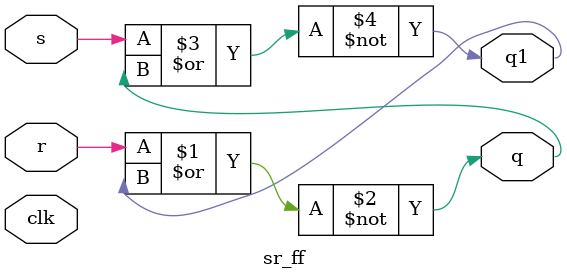
<source format=v>

module sr_ff(output q, output q1, input r, input s, input clk);
nor (q, r, q1);
nor (q1, s, q);
endmodule

//SR usando modelagem dataflow

		
</source>
